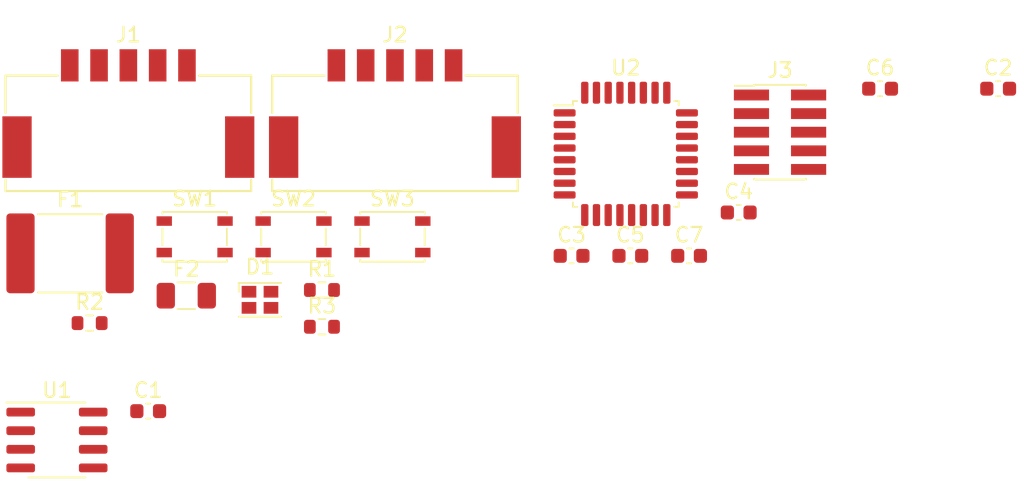
<source format=kicad_pcb>
(kicad_pcb (version 20211014) (generator pcbnew)
  (layers (0 "F.Cu" signal) (31 "B.Cu" signal) (34 "B.Paste" user) (35 "F.Paste" user) (36 "B.SilkS" user "B.Silkscreen") (37 "F.SilkS" user "F.Silkscreen") (38 "B.Mask" user) (39 "F.Mask" user) (44 "Edge.Cuts" user))
  (net 0 "")
  (net 1 "GND")
  (net 2 "+3V3")
  (net 3 "/RST")
  (net 4 "Net-(D1-Pad4)")
  (net 5 "Net-(D1-Pad3)")
  (net 6 "Net-(D1-Pad2)")
  (net 7 "Net-(F1-Pad2)")
  (net 8 "+12V")
  (net 9 "Net-(F2-Pad2)")
  (net 10 "/CAN/CANH")
  (net 11 "/CAN/CANL")
  (net 12 "Net-(J3-Pad6)")
  (net 13 "/LED_B")
  (net 14 "/LED_G")
  (net 15 "/LED_R")
  (net 16 "/DBG2")
  (net 17 "/DBG1")
  (net 18 "/CAN_TX")
  (net 19 "/CAN_RX")
  (net 20 "/NOGGIN/PA8")
  (net 21 "/NOGGIN/PB15")
  (net 22 "/NOGGIN/PB1")
  (net 23 "/NOGGIN/PB0")
  (net 24 "/NOGGIN/PA7")
  (net 25 "/NOGGIN/PA6")
  (net 26 "/NOGGIN/PA3")
  (net 27 "/NOGGIN/PA2")
  (net 28 "/NOGGIN/PA1")
  (net 29 "/NOGGIN/PA0")
  (net 30 "/NOGGIN/PA9(TX)")
  (net 31 "/NOGGIN/PA10(RX)")
  (net 32 "/NOGGIN/PA14-BOOT0(SWCLK)")
  (net 33 "/NOGGIN/PA13(SWDIO)")
  (net 34 "Net-(U1-Pad8)")
  (net 35 "Net-(U1-Pad5)")
  (net 36 "/NOGGIN/PB6")
  (net 37 "/NOGGIN/PD3")
  (net 38 "/NOGGIN/PD2")
  (net 39 "/NOGGIN/PA12")
  (net 40 "/NOGGIN/PA11")
  (net 41 "/NOGGIN/PA5")
  (net 42 "/NOGGIN/PA4")
  (footprint "Capacitor_SMD:C_0603_1608Metric" (layer "F.Cu") (at 134.23 112.26)
    (fp_text reference "C1" (at 0 -1.43) (layer "F.SilkS"))
    (fp_text value "100n")
    (fp_line (start -0.14058 -0.51) (end 0.14058 -0.51) (layer "F.SilkS") (width 0.12))
    (fp_line (start -0.14058 0.51) (end 0.14058 0.51) (layer "F.SilkS") (width 0.12))
    (pad "1" smd roundrect locked (at -0.775 0) (size 0.9 0.95) (layers "F.Cu" "F.Paste" "F.Mask") (net 2 "+3V3"))
    (pad "2" smd roundrect locked (at 0.775 0) (size 0.9 0.95) (layers "F.Cu" "F.Paste" "F.Mask") (net 1 "GND"))
  )
  (footprint "LED_SMD:LED_Cree-PLCC4_2x2mm_CW" (layer "F.Cu") (at 141.86 104.66)
    (fp_text reference "D1" (at 0 -2.25) (layer "F.SilkS"))
    (fp_text value "LED_ARGB")
    (fp_line (start -1.45 1.15) (end 1.45 1.15) (layer "F.SilkS") (width 0.12))
    (fp_line (start -1.45 -0.55) (end -1.45 -1.15) (layer "F.SilkS") (width 0.12))
    (fp_line (start -1.45 -1.15) (end 1.45 -1.15) (layer "F.SilkS") (width 0.12))
    (pad "1" smd rect locked (at -0.75 -0.55) (size 1 0.8) (layers "F.Cu" "F.Paste" "F.Mask") (net 2 "+3V3"))
    (pad "2" smd rect locked (at 0.75 -0.55) (size 1 0.8) (layers "F.Cu" "F.Paste" "F.Mask") (net 6 "Net-(D1-Pad2)"))
    (pad "3" smd rect locked (at 0.75 0.55) (size 1 0.8) (layers "F.Cu" "F.Paste" "F.Mask") (net 5 "Net-(D1-Pad3)"))
    (pad "4" smd rect locked (at -0.75 0.55) (size 1 0.8) (layers "F.Cu" "F.Paste" "F.Mask") (net 4 "Net-(D1-Pad4)"))
  )
  (footprint "Fuse:Fuse_2920_7451Metric" (layer "F.Cu") (at 128.9 101.49)
    (fp_text reference "F1" (at 0 -3.68) (layer "F.SilkS"))
    (fp_text value "5A")
    (fp_line (start -2.203752 2.67) (end 2.203752 2.67) (layer "F.SilkS") (width 0.12))
    (fp_line (start -2.203752 -2.67) (end 2.203752 -2.67) (layer "F.SilkS") (width 0.12))
    (pad "1" smd roundrect locked (at -3.3875 0) (size 1.925 5.45) (layers "F.Cu" "F.Paste" "F.Mask") (roundrect_rratio 0.12987) (net 8 "+12V"))
    (pad "2" smd roundrect locked (at 3.3875 0) (size 1.925 5.45) (layers "F.Cu" "F.Paste" "F.Mask") (roundrect_rratio 0.12987) (net 7 "Net-(F1-Pad2)"))
  )
  (footprint "Fuse:Fuse_1206_3216Metric" (layer "F.Cu") (at 136.83 104.38)
    (fp_text reference "F2" (at 0 -1.82) (layer "F.SilkS"))
    (fp_text value "1A")
    (fp_line (start -0.602064 0.91) (end 0.602064 0.91) (layer "F.SilkS") (width 0.12))
    (fp_line (start -0.602064 -0.91) (end 0.602064 -0.91) (layer "F.SilkS") (width 0.12))
    (pad "1" smd roundrect locked (at -1.4 0) (size 1.25 1.75) (layers "F.Cu" "F.Paste" "F.Mask") (roundrect_rratio 0.2) (net 2 "+3V3"))
    (pad "2" smd roundrect locked (at 1.4 0) (size 1.25 1.75) (layers "F.Cu" "F.Paste" "F.Mask") (roundrect_rratio 0.2) (net 9 "Net-(F2-Pad2)"))
  )
  (footprint "extraparts:Molex_DuraClik_Vert_5pin" (layer "F.Cu") (at 132.874999 97.234999)
    (fp_text reference "J1" (at 0 -10.668) (layer "F.SilkS"))
    (fp_text value "CAN")
    (fp_line (start 4.826 -7.874) (end 8.382 -7.874) (layer "F.SilkS") (width 0.15))
    (fp_line (start 8.382 -7.874) (end 8.382 -5.334) (layer "F.SilkS") (width 0.15))
    (fp_line (start 8.382 0) (end 8.382 -0.762) (layer "F.SilkS") (width 0.15))
    (fp_line (start -8.382 -7.874) (end -8.382 -5.334) (layer "F.SilkS") (width 0.15))
    (fp_line (start -4.826 -7.874) (end -8.382 -7.874) (layer "F.SilkS") (width 0.15))
    (fp_line (start -8.382 0) (end 8.382 0) (layer "F.SilkS") (width 0.15))
    (fp_line (start -8.382 -0.762) (end -8.382 0) (layer "F.SilkS") (width 0.15))
    (pad "1" smd rect locked (at 4 -8.58) (size 1.2 2.2) (layers "F.Cu" "F.Paste" "F.Mask") (net 7 "Net-(F1-Pad2)"))
    (pad "2" smd rect locked (at 2 -8.58) (size 1.2 2.2) (layers "F.Cu" "F.Paste" "F.Mask") (net 9 "Net-(F2-Pad2)"))
    (pad "3" smd rect locked (at 0 -8.58) (size 1.2 2.2) (layers "F.Cu" "F.Paste" "F.Mask") (net 1 "GND"))
    (pad "4" smd rect locked (at -2 -8.58) (size 1.2 2.2) (layers "F.Cu" "F.Paste" "F.Mask") (net 10 "/CAN/CANH"))
    (pad "5" smd rect locked (at -4 -8.58) (size 1.2 2.2) (layers "F.Cu" "F.Paste" "F.Mask") (net 11 "/CAN/CANL"))
    (pad "MP" smd rect locked (at 7.6 -3) (size 2 4.2) (layers "F.Cu" "F.Paste" "F.Mask"))
    (pad "MP" smd rect locked (at -7.6 -3) (size 2 4.2) (layers "F.Cu" "F.Paste" "F.Mask"))
  )
  (footprint "extraparts:Molex_DuraClik_Vert_5pin" (layer "F.Cu") (at 151.074999 97.234999)
    (fp_text reference "J2" (at 0 -10.668) (layer "F.SilkS"))
    (fp_text value "CAN")
    (fp_line (start 4.826 -7.874) (end 8.382 -7.874) (layer "F.SilkS") (width 0.15))
    (fp_line (start -8.382 -0.762) (end -8.382 0) (layer "F.SilkS") (width 0.15))
    (fp_line (start -8.382 0) (end 8.382 0) (layer "F.SilkS") (width 0.15))
    (fp_line (start -8.382 -7.874) (end -8.382 -5.334) (layer "F.SilkS") (width 0.15))
    (fp_line (start -4.826 -7.874) (end -8.382 -7.874) (layer "F.SilkS") (width 0.15))
    (fp_line (start 8.382 0) (end 8.382 -0.762) (layer "F.SilkS") (width 0.15))
    (fp_line (start 8.382 -7.874) (end 8.382 -5.334) (layer "F.SilkS") (width 0.15))
    (pad "1" smd rect locked (at 4 -8.58) (size 1.2 2.2) (layers "F.Cu" "F.Paste" "F.Mask") (net 7 "Net-(F1-Pad2)"))
    (pad "2" smd rect locked (at 2 -8.58) (size 1.2 2.2) (layers "F.Cu" "F.Paste" "F.Mask") (net 9 "Net-(F2-Pad2)"))
    (pad "3" smd rect locked (at 0 -8.58) (size 1.2 2.2) (layers "F.Cu" "F.Paste" "F.Mask") (net 1 "GND"))
    (pad "4" smd rect locked (at -2 -8.58) (size 1.2 2.2) (layers "F.Cu" "F.Paste" "F.Mask") (net 10 "/CAN/CANH"))
    (pad "5" smd rect locked (at -4 -8.58) (size 1.2 2.2) (layers "F.Cu" "F.Paste" "F.Mask") (net 11 "/CAN/CANL"))
    (pad "MP" smd rect locked (at 7.6 -3) (size 2 4.2) (layers "F.Cu" "F.Paste" "F.Mask"))
    (pad "MP" smd rect locked (at -7.6 -3) (size 2 4.2) (layers "F.Cu" "F.Paste" "F.Mask"))
  )
  (footprint "Resistor_SMD:R_0603_1608Metric" (layer "F.Cu") (at 146.09 103.99)
    (fp_text reference "R1" (at 0 -1.43) (layer "F.SilkS"))
    (fp_text value "47")
    (fp_line (start -0.237258 0.5225) (end 0.237258 0.5225) (layer "F.SilkS") (width 0.12))
    (fp_line (start -0.237258 -0.5225) (end 0.237258 -0.5225) (layer "F.SilkS") (width 0.12))
    (pad "1" smd roundrect locked (at -0.825 0) (size 0.8 0.95) (layers "F.Cu" "F.Paste" "F.Mask") (net 13 "/LED_B"))
    (pad "2" smd roundrect locked (at 0.825 0) (size 0.8 0.95) (layers "F.Cu" "F.Paste" "F.Mask") (net 4 "Net-(D1-Pad4)"))
  )
  (footprint "Resistor_SMD:R_0603_1608Metric" (layer "F.Cu") (at 130.23 106.25)
    (fp_text reference "R2" (at 0 -1.43) (layer "F.SilkS"))
    (fp_text value "47")
    (fp_line (start -0.237258 -0.5225) (end 0.237258 -0.5225) (layer "F.SilkS") (width 0.12))
    (fp_line (start -0.237258 0.5225) (end 0.237258 0.5225) (layer "F.SilkS") (width 0.12))
    (pad "1" smd roundrect locked (at -0.825 0) (size 0.8 0.95) (layers "F.Cu" "F.Paste" "F.Mask") (net 14 "/LED_G"))
    (pad "2" smd roundrect locked (at 0.825 0) (size 0.8 0.95) (layers "F.Cu" "F.Paste" "F.Mask") (net 5 "Net-(D1-Pad3)"))
  )
  (footprint "Resistor_SMD:R_0603_1608Metric" (layer "F.Cu") (at 146.09 106.5)
    (fp_text reference "R3" (at 0 -1.43) (layer "F.SilkS"))
    (fp_text value "47")
    (fp_line (start -0.237258 0.5225) (end 0.237258 0.5225) (layer "F.SilkS") (width 0.12))
    (fp_line (start -0.237258 -0.5225) (end 0.237258 -0.5225) (layer "F.SilkS") (width 0.12))
    (pad "1" smd roundrect locked (at -0.825 0) (size 0.8 0.95) (layers "F.Cu" "F.Paste" "F.Mask") (net 15 "/LED_R"))
    (pad "2" smd roundrect locked (at 0.825 0) (size 0.8 0.95) (layers "F.Cu" "F.Paste" "F.Mask") (net 6 "Net-(D1-Pad2)"))
  )
  (footprint "Button_Switch_SMD:SW_SPST_PTS810" (layer "F.Cu") (at 137.4 100.36)
    (fp_text reference "SW1" (at 0 -2.6) (layer "F.SilkS"))
    (fp_text value "DBG2")
    (fp_line (start 2.2 1.7) (end 2.2 1.58) (layer "F.SilkS") (width 0.12))
    (fp_line (start 2.2 -1.58) (end 2.2 -1.7) (layer "F.SilkS") (width 0.12))
    (fp_line (start -2.2 -0.57) (end -2.2 0.57) (layer "F.SilkS") (width 0.12))
    (fp_line (start -2.2 -1.7) (end -2.2 -1.58) (layer "F.SilkS") (width 0.12))
    (fp_line (start 2.2 0.57) (end 2.2 -0.57) (layer "F.SilkS") (width 0.12))
    (fp_line (start 2.2 -1.7) (end -2.2 -1.7) (layer "F.SilkS") (width 0.12))
    (fp_line (start -2.2 1.7) (end 2.2 1.7) (layer "F.SilkS") (width 0.12))
    (fp_line (start -2.2 1.58) (end -2.2 1.7) (layer "F.SilkS") (width 0.12))
    (pad "1" smd rect locked (at 2.075 -1.075) (size 1.05 0.65) (layers "F.Cu" "F.Paste" "F.Mask") (net 16 "/DBG2"))
    (pad "1" smd rect locked (at -2.075 -1.075) (size 1.05 0.65) (layers "F.Cu" "F.Paste" "F.Mask") (net 16 "/DBG2"))
    (pad "2" smd rect locked (at 2.075 1.075) (size 1.05 0.65) (layers "F.Cu" "F.Paste" "F.Mask") (net 1 "GND"))
    (pad "2" smd rect locked (at -2.075 1.075) (size 1.05 0.65) (layers "F.Cu" "F.Paste" "F.Mask") (net 1 "GND"))
  )
  (footprint "Button_Switch_SMD:SW_SPST_PTS810" (layer "F.Cu") (at 144.15 100.36)
    (fp_text reference "SW2" (at 0 -2.6) (layer "F.SilkS"))
    (fp_text value "DBG1")
    (fp_line (start 2.2 1.7) (end 2.2 1.58) (layer "F.SilkS") (width 0.12))
    (fp_line (start 2.2 0.57) (end 2.2 -0.57) (layer "F.SilkS") (width 0.12))
    (fp_line (start 2.2 -1.58) (end 2.2 -1.7) (layer "F.SilkS") (width 0.12))
    (fp_line (start -2.2 -1.7) (end -2.2 -1.58) (layer "F.SilkS") (width 0.12))
    (fp_line (start -2.2 1.58) (end -2.2 1.7) (layer "F.SilkS") (width 0.12))
    (fp_line (start -2.2 -0.57) (end -2.2 0.57) (layer "F.SilkS") (width 0.12))
    (fp_line (start 2.2 -1.7) (end -2.2 -1.7) (layer "F.SilkS") (width 0.12))
    (fp_line (start -2.2 1.7) (end 2.2 1.7) (layer "F.SilkS") (width 0.12))
    (pad "1" smd rect locked (at -2.075 -1.075) (size 1.05 0.65) (layers "F.Cu" "F.Paste" "F.Mask") (net 17 "/DBG1"))
    (pad "1" smd rect locked (at 2.075 -1.075) (size 1.05 0.65) (layers "F.Cu" "F.Paste" "F.Mask") (net 17 "/DBG1"))
    (pad "2" smd rect locked (at 2.075 1.075) (size 1.05 0.65) (layers "F.Cu" "F.Paste" "F.Mask") (net 1 "GND"))
    (pad "2" smd rect locked (at -2.075 1.075) (size 1.05 0.65) (layers "F.Cu" "F.Paste" "F.Mask") (net 1 "GND"))
  )
  (footprint "Button_Switch_SMD:SW_SPST_PTS810" (layer "F.Cu") (at 150.9 100.36)
    (fp_text reference "SW3" (at 0 -2.6) (layer "F.SilkS"))
    (fp_text value "RST")
    (fp_line (start 2.2 -1.58) (end 2.2 -1.7) (layer "F.SilkS") (width 0.12))
    (fp_line (start -2.2 1.7) (end 2.2 1.7) (layer "F.SilkS") (width 0.12))
    (fp_line (start 2.2 0.57) (end 2.2 -0.57) (layer "F.SilkS") (width 0.12))
    (fp_line (start -2.2 -1.7) (end -2.2 -1.58) (layer "F.SilkS") (width 0.12))
    (fp_line (start -2.2 1.58) (end -2.2 1.7) (layer "F.SilkS") (width 0.12))
    (fp_line (start 2.2 1.7) (end 2.2 1.58) (layer "F.SilkS") (width 0.12))
    (fp_line (start -2.2 -0.57) (end -2.2 0.57) (layer "F.SilkS") (width 0.12))
    (fp_line (start 2.2 -1.7) (end -2.2 -1.7) (layer "F.SilkS") (width 0.12))
    (pad "1" smd rect locked (at 2.075 -1.075) (size 1.05 0.65) (layers "F.Cu" "F.Paste" "F.Mask") (net 3 "/RST"))
    (pad "1" smd rect locked (at -2.075 -1.075) (size 1.05 0.65) (layers "F.Cu" "F.Paste" "F.Mask") (net 3 "/RST"))
    (pad "2" smd rect locked (at 2.075 1.075) (size 1.05 0.65) (layers "F.Cu" "F.Paste" "F.Mask") (net 1 "GND"))
    (pad "2" smd rect locked (at -2.075 1.075) (size 1.05 0.65) (layers "F.Cu" "F.Paste" "F.Mask") (net 1 "GND"))
  )
  (footprint "Package_SO:SOIC-8_3.9x4.9mm_P1.27mm" (layer "F.Cu") (at 128 114.23)
    (fp_text reference "U1" (at 0 -3.4) (layer "F.SilkS"))
    (fp_text value "TCAN330G")
    (fp_line (start 0 2.56) (end -1.95 2.56) (layer "F.SilkS") (width 0.12))
    (fp_line (start 0 2.56) (end 1.95 2.56) (layer "F.SilkS") (width 0.12))
    (fp_line (start 0 -2.56) (end -3.45 -2.56) (layer "F.SilkS") (width 0.12))
    (fp_line (start 0 -2.56) (end 1.95 -2.56) (layer "F.SilkS") (width 0.12))
    (pad "1" smd roundrect locked (at -2.475 -1.905) (size 1.95 0.6) (layers "F.Cu" "F.Paste" "F.Mask") (net 18 "/CAN_TX"))
    (pad "2" smd roundrect locked (at -2.475 -0.635) (size 1.95 0.6) (layers "F.Cu" "F.Paste" "F.Mask") (net 1 "GND"))
    (pad "3" smd roundrect locked (at -2.475 0.635) (size 1.95 0.6) (layers "F.Cu" "F.Paste" "F.Mask") (net 2 "+3V3"))
    (pad "4" smd roundrect locked (at -2.475 1.905) (size 1.95 0.6) (layers "F.Cu" "F.Paste" "F.Mask") (net 19 "/CAN_RX"))
    (pad "5" smd roundrect locked (at 2.475 1.905) (size 1.95 0.6) (layers "F.Cu" "F.Paste" "F.Mask") (net 35 "Net-(U1-Pad5)"))
    (pad "6" smd roundrect locked (at 2.475 0.635) (size 1.95 0.6) (layers "F.Cu" "F.Paste" "F.Mask") (net 11 "/CAN/CANL"))
    (pad "7" smd roundrect locked (at 2.475 -0.635) (size 1.95 0.6) (layers "F.Cu" "F.Paste" "F.Mask") (net 10 "/CAN/CANH"))
    (pad "8" smd roundrect locked (at 2.475 -1.905) (size 1.95 0.6) (layers "F.Cu" "F.Paste" "F.Mask") (net 34 "Net-(U1-Pad8)"))
  )
  (footprint "Capacitor_SMD:C_0603_1608Metric" (layer "F.Cu") (at 192.25 90.25)
    (fp_text reference "C2" (at 0 -1.43) (layer "F.SilkS"))
    (fp_text value "4.7u")
    (fp_line (start -0.14058 -0.51) (end 0.14058 -0.51) (layer "F.SilkS") (width 0.12))
    (fp_line (start -0.14058 0.51) (end 0.14058 0.51) (layer "F.SilkS") (width 0.12))
    (pad "1" smd roundrect locked (at -0.775 0) (size 0.9 0.95) (layers "F.Cu" "F.Paste" "F.Mask") (net 2 "+3V3"))
    (pad "2" smd roundrect locked (at 0.775 0) (size 0.9 0.95) (layers "F.Cu" "F.Paste" "F.Mask") (net 1 "GND"))
  )
  (footprint "Capacitor_SMD:C_0603_1608Metric" (layer "F.Cu") (at 163.13 101.66)
    (fp_text reference "C3" (at 0 -1.43) (layer "F.SilkS"))
    (fp_text value "100n")
    (fp_line (start -0.14058 0.51) (end 0.14058 0.51) (layer "F.SilkS") (width 0.12))
    (fp_line (start -0.14058 -0.51) (end 0.14058 -0.51) (layer "F.SilkS") (width 0.12))
    (pad "1" smd roundrect locked (at -0.775 0) (size 0.9 0.95) (layers "F.Cu" "F.Paste" "F.Mask") (net 3 "/RST"))
    (pad "2" smd roundrect locked (at 0.775 0) (size 0.9 0.95) (layers "F.Cu" "F.Paste" "F.Mask") (net 1 "GND"))
  )
  (footprint "Capacitor_SMD:C_0603_1608Metric" (layer "F.Cu") (at 174.54 98.7)
    (fp_text reference "C4" (at 0 -1.43) (layer "F.SilkS"))
    (fp_text value "100n")
    (fp_line (start -0.14058 0.51) (end 0.14058 0.51) (layer "F.SilkS") (width 0.12))
    (fp_line (start -0.14058 -0.51) (end 0.14058 -0.51) (layer "F.SilkS") (width 0.12))
    (pad "1" smd roundrect locked (at -0.775 0) (size 0.9 0.95) (layers "F.Cu" "F.Paste" "F.Mask") (net 2 "+3V3"))
    (pad "2" smd roundrect locked (at 0.775 0) (size 0.9 0.95) (layers "F.Cu" "F.Paste" "F.Mask") (net 1 "GND"))
  )
  (footprint "Capacitor_SMD:C_0603_1608Metric" (layer "F.Cu") (at 167.14 101.66)
    (fp_text reference "C5" (at 0 -1.43) (layer "F.SilkS"))
    (fp_text value "4.7u")
    (fp_line (start -0.14058 0.51) (end 0.14058 0.51) (layer "F.SilkS") (width 0.12))
    (fp_line (start -0.14058 -0.51) (end 0.14058 -0.51) (layer "F.SilkS") (width 0.12))
    (pad "1" smd roundrect locked (at -0.775 0) (size 0.9 0.95) (layers "F.Cu" "F.Paste" "F.Mask") (net 2 "+3V3"))
    (pad "2" smd roundrect locked (at 0.775 0) (size 0.9 0.95) (layers "F.Cu" "F.Paste" "F.Mask") (net 1 "GND"))
  )
  (footprint "Capacitor_SMD:C_0603_1608Metric" (layer "F.Cu") (at 184.19 90.25)
    (fp_text reference "C6" (at 0 -1.43) (layer "F.SilkS"))
    (fp_text value "100n")
    (fp_line (start -0.14058 0.51) (end 0.14058 0.51) (layer "F.SilkS") (width 0.12))
    (fp_line (start -0.14058 -0.51) (end 0.14058 -0.51) (layer "F.SilkS") (width 0.12))
    (pad "1" smd roundrect locked (at -0.775 0) (size 0.9 0.95) (layers "F.Cu" "F.Paste" "F.Mask") (net 2 "+3V3"))
    (pad "2" smd roundrect locked (at 0.775 0) (size 0.9 0.95) (layers "F.Cu" "F.Paste" "F.Mask") (net 1 "GND"))
  )
  (footprint "Capacitor_SMD:C_0603_1608Metric" (layer "F.Cu") (at 171.15 101.66)
    (fp_text reference "C7" (at 0 -1.43) (layer "F.SilkS"))
    (fp_text value "4.7u")
    (fp_line (start -0.14058 0.51) (end 0.14058 0.51) (layer "F.SilkS") (width 0.12))
    (fp_line (start -0.14058 -0.51) (end 0.14058 -0.51) (layer "F.SilkS") (width 0.12))
    (pad "1" smd roundrect locked (at -0.775 0) (size 0.9 0.95) (layers "F.Cu" "F.Paste" "F.Mask") (net 2 "+3V3"))
    (pad "2" smd roundrect locked (at 0.775 0) (size 0.9 0.95) (layers "F.Cu" "F.Paste" "F.Mask") (net 1 "GND"))
  )
  (footprint "Connector_PinHeader_1.27mm:PinHeader_2x05_P1.27mm_Vertical_SMD" (layer "F.Cu") (at 177.36 93.22)
    (fp_text reference "J3" (at 0 -4.235) (layer "F.SilkS"))
    (fp_text value "SWD_UART")
    (fp_line (start -1.765 3.17) (end -1.765 3.235) (layer "F.SilkS") (width 0.12))
    (fp_line (start -3.09 -3.17) (end -1.765 -3.17) (layer "F.SilkS") (width 0.12))
    (fp_line (start 1.765 3.17) (end 1.765 3.235) (layer "F.SilkS") (width 0.12))
    (fp_line (start 1.765 -3.235) (end 1.765 -3.17) (layer "F.SilkS") (width 0.12))
    (fp_line (start -1.765 -3.235) (end -1.765 -3.17) (layer "F.SilkS") (width 0.12))
    (fp_line (start -1.765 -3.235) (end 1.765 -3.235) (layer "F.SilkS") (width 0.12))
    (fp_line (start -1.765 3.235) (end 1.765 3.235) (layer "F.SilkS") (width 0.12))
    (pad "1" smd rect locked (at -1.95 -2.54) (size 2.4 0.74) (layers "F.Cu" "F.Paste" "F.Mask") (net 2 "+3V3"))
    (pad "2" smd rect locked (at 1.95 -2.54) (size 2.4 0.74) (layers "F.Cu" "F.Paste" "F.Mask") (net 33 "/NOGGIN/PA13(SWDIO)"))
    (pad "3" smd rect locked (at -1.95 -1.27) (size 2.4 0.74) (layers "F.Cu" "F.Paste" "F.Mask") (net 1 "GND"))
    (pad "4" smd rect locked (at 1.95 -1.27) (size 2.4 0.74) (layers "F.Cu" "F.Paste" "F.Mask") (net 32 "/NOGGIN/PA14-BOOT0(SWCLK)"))
    (pad "5" smd rect locked (at -1.95 0) (size 2.4 0.74) (layers "F.Cu" "F.Paste" "F.Mask") (net 1 "GND"))
    (pad "6" smd rect locked (at 1.95 0) (size 2.4 0.74) (layers "F.Cu" "F.Paste" "F.Mask") (net 12 "Net-(J3-Pad6)"))
    (pad "7" smd rect locked (at -1.95 1.27) (size 2.4 0.74) (layers "F.Cu" "F.Paste" "F.Mask") (net 31 "/NOGGIN/PA10(RX)"))
    (pad "8" smd rect locked (at 1.95 1.27) (size 2.4 0.74) (layers "F.Cu" "F.Paste" "F.Mask") (net 30 "/NOGGIN/PA9(TX)"))
    (pad "9" smd rect locked (at -1.95 2.54) (size 2.4 0.74) (layers "F.Cu" "F.Paste" "F.Mask") (net 1 "GND"))
    (pad "10" smd rect locked (at 1.95 2.54) (size 2.4 0.74) (layers "F.Cu" "F.Paste" "F.Mask") (net 3 "/RST"))
  )
  (footprint "Package_QFP:LQFP-32_7x7mm_P0.8mm" (layer "F.Cu") (at 166.83 94.7)
    (fp_text reference "U2" (at 0 -5.88) (layer "F.SilkS"))
    (fp_text value "STM32G0B1KxTxN")
    (fp_line (start 3.31 3.61) (end 3.61 3.61) (layer "F.SilkS") (width 0.12))
    (fp_line (start 3.31 -3.61) (end 3.61 -3.61) (layer "F.SilkS") (width 0.12))
    (fp_line (start -3.31 -3.61) (end -3.61 -3.61) (layer "F.SilkS") (width 0.12))
    (fp_line (start 3.61 3.61) (end 3.61 3.31) (layer "F.SilkS") (width 0.12))
    (fp_line (start -3.61 3.61) (end -3.61 3.31) (layer "F.SilkS") (width 0.12))
    (fp_line (start -3.61 -3.31) (end -4.925 -3.31) (layer "F.SilkS") (width 0.12))
    (fp_line (start -3.61 -3.61) (end -3.61 -3.31) (layer "F.SilkS") (width 0.12))
    (fp_line (start 3.61 -3.61) (end 3.61 -3.31) (layer "F.SilkS") (width 0.12))
    (fp_line (start -3.31 3.61) (end -3.61 3.61) (layer "F.SilkS") (width 0.12))
    (pad "1" smd roundrect locked (at -4.175 -2.8) (size 1.5 0.5) (layers "F.Cu" "F.Paste" "F.Mask") (net 13 "/LED_B"))
    (pad "2" smd roundrect locked (at -4.175 -2) (size 1.5 0.5) (layers "F.Cu" "F.Paste" "F.Mask") (net 17 "/DBG1"))
    (pad "3" smd roundrect locked (at -4.175 -1.2) (size 1.5 0.5) (layers "F.Cu" "F.Paste" "F.Mask") (net 16 "/DBG2"))
    (pad "4" smd roundrect locked (at -4.175 -0.4) (size 1.5 0.5) (layers "F.Cu" "F.Paste" "F.Mask") (net 2 "+3V3"))
    (pad "5" smd roundrect locked (at -4.175 0.4) (size 1.5 0.5) (layers "F.Cu" "F.Paste" "F.Mask") (net 1 "GND"))
    (pad "6" smd roundrect locked (at -4.175 1.2) (size 1.5 0.5) (layers "F.Cu" "F.Paste" "F.Mask") (net 3 "/RST"))
    (pad "7" smd roundrect locked (at -4.175 2) (size 1.5 0.5) (layers "F.Cu" "F.Paste" "F.Mask") (net 29 "/NOGGIN/PA0"))
    (pad "8" smd roundrect locked (at -4.175 2.8) (size 1.5 0.5) (layers "F.Cu" "F.Paste" "F.Mask") (net 28 "/NOGGIN/PA1"))
    (pad "9" smd roundrect locked (at -2.8 4.175) (size 0.5 1.5) (layers "F.Cu" "F.Paste" "F.Mask") (net 27 "/NOGGIN/PA2"))
    (pad "10" smd roundrect locked (at -2 4.175) (size 0.5 1.5) (layers "F.Cu" "F.Paste" "F.Mask") (net 26 "/NOGGIN/PA3"))
    (pad "11" smd roundrect locked (at -1.2 4.175) (size 0.5 1.5) (layers "F.Cu" "F.Paste" "F.Mask") (net 42 "/NOGGIN/PA4"))
    (pad "12" smd roundrect locked (at -0.4 4.175) (size 0.5 1.5) (layers "F.Cu" "F.Paste" "F.Mask") (net 41 "/NOGGIN/PA5"))
    (pad "13" smd roundrect locked (at 0.4 4.175) (size 0.5 1.5) (layers "F.Cu" "F.Paste" "F.Mask") (net 25 "/NOGGIN/PA6"))
    (pad "14" smd roundrect locked (at 1.2 4.175) (size 0.5 1.5) (layers "F.Cu" "F.Paste" "F.Mask") (net 24 "/NOGGIN/PA7"))
    (pad "15" smd roundrect locked (at 2 4.175) (size 0.5 1.5) (layers "F.Cu" "F.Paste" "F.Mask") (net 23 "/NOGGIN/PB0"))
    (pad "16" smd roundrect locked (at 2.8 4.175) (size 0.5 1.5) (layers "F.Cu" "F.Paste" "F.Mask") (net 22 "/NOGGIN/PB1"))
    (pad "17" smd roundrect locked (at 4.175 2.8) (size 1.5 0.5) (layers "F.Cu" "F.Paste" "F.Mask") (net 21 "/NOGGIN/PB15"))
    (pad "18" smd roundrect locked (at 4.175 2) (size 1.5 0.5) (layers "F.Cu" "F.Paste" "F.Mask") (net 20 "/NOGGIN/PA8"))
    (pad "19" smd roundrect locked (at 4.175 1.2) (size 1.5 0.5) (layers "F.Cu" "F.Paste" "F.Mask") (net 30 "/NOGGIN/PA9(TX)"))
    (pad "20" smd roundrect locked (at 4.175 0.4) (size 1.5 0.5) (layers "F.Cu" "F.Paste" "F.Mask") (net 2 "+3V3"))
    (pad "21" smd roundrect locked (at 4.175 -0.4) (size 1.5 0.5) (layers "F.Cu" "F.Paste" "F.Mask") (net 31 "/NOGGIN/PA10(RX)"))
    (pad "22" smd roundrect locked (at 4.175 -1.2) (size 1.5 0.5) (layers "F.Cu" "F.Paste" "F.Mask") (net 40 "/NOGGIN/PA11"))
    (pad "23" smd roundrect locked (at 4.175 -2) (size 1.5 0.5) (layers "F.Cu" "F.Paste" "F.Mask") (net 39 "/NOGGIN/PA12"))
    (pad "24" smd roundrect locked (at 4.175 -2.8) (size 1.5 0.5) (layers "F.Cu" "F.Paste" "F.Mask") (net 33 "/NOGGIN/PA13(SWDIO)"))
    (pad "25" smd roundrect locked (at 2.8 -4.175) (size 0.5 1.5) (layers "F.Cu" "F.Paste" "F.Mask") (net 32 "/NOGGIN/PA14-BOOT0(SWCLK)"))
    (pad "26" smd roundrect locked (at 2 -4.175) (size 0.5 1.5) (layers "F.Cu" "F.Paste" "F.Mask") (net 19 "/CAN_RX"))
    (pad "27" smd roundrect locked (at 1.2 -4.175) (size 0.5 1.5) (layers "F.Cu" "F.Paste" "F.Mask") (net 18 "/CAN_TX"))
    (pad "28" smd roundrect locked (at 0.4 -4.175) (size 0.5 1.5) (layers "F.Cu" "F.Paste" "F.Mask") (net 38 "/NOGGIN/PD2"))
    (pad "29" smd roundrect locked (at -0.4 -4.175) (size 0.5 1.5) (layers "F.Cu" "F.Paste" "F.Mask") (net 37 "/NOGGIN/PD3"))
    (pad "30" smd roundrect locked (at -1.2 -4.175) (size 0.5 1.5) (layers "F.Cu" "F.Paste" "F.Mask") (net 36 "/NOGGIN/PB6"))
    (pad "31" smd roundrect locked (at -2 -4.175) (size 0.5 1.5) (layers "F.Cu" "F.Paste" "F.Mask") (net 15 "/LED_R"))
    (pad "32" smd roundrect locked (at -2.8 -4.175) (size 0.5 1.5) (layers "F.Cu" "F.Paste" "F.Mask") (net 14 "/LED_G"))
  )
)
</source>
